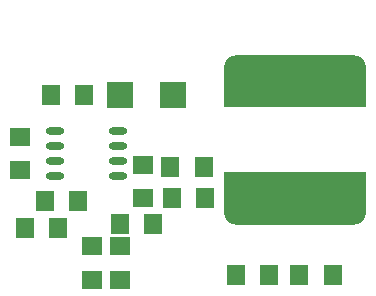
<source format=gtp>
G04 Layer_Color=8421504*
%FSAX25Y25*%
%MOIN*%
G70*
G01*
G75*
%ADD10R,0.07087X0.06299*%
%ADD11R,0.06299X0.07087*%
G04:AMPARAMS|DCode=12|XSize=472.44mil|YSize=157.48mil|CornerRadius=39.37mil|HoleSize=0mil|Usage=FLASHONLY|Rotation=0.000|XOffset=0mil|YOffset=0mil|HoleType=Round|Shape=RoundedRectangle|*
%AMROUNDEDRECTD12*
21,1,0.47244,0.07874,0,0,0.0*
21,1,0.39370,0.15748,0,0,0.0*
1,1,0.07874,0.19685,-0.03937*
1,1,0.07874,-0.19685,-0.03937*
1,1,0.07874,-0.19685,0.03937*
1,1,0.07874,0.19685,0.03937*
%
%ADD12ROUNDEDRECTD12*%
%ADD13R,0.47244X0.07500*%
%ADD14O,0.06061X0.02362*%
%ADD15R,0.09055X0.09055*%
D10*
X0245600Y0284812D02*
D03*
Y0273788D02*
D03*
X0269700Y0237388D02*
D03*
Y0248412D02*
D03*
X0279100D02*
D03*
Y0237388D02*
D03*
X0286900Y0275512D02*
D03*
Y0264488D02*
D03*
D11*
X0247388Y0254400D02*
D03*
X0258412D02*
D03*
X0253988Y0263700D02*
D03*
X0265012D02*
D03*
X0290112Y0255800D02*
D03*
X0279088D02*
D03*
X0306912Y0275000D02*
D03*
X0295888D02*
D03*
X0307312Y0264500D02*
D03*
X0296288D02*
D03*
X0256188Y0299000D02*
D03*
X0267212D02*
D03*
X0328812Y0238800D02*
D03*
X0317788D02*
D03*
X0349912D02*
D03*
X0338888D02*
D03*
D12*
X0337500Y0304200D02*
D03*
Y0263500D02*
D03*
D13*
Y0269600D02*
D03*
Y0298400D02*
D03*
D14*
X0257500Y0286900D02*
D03*
Y0281900D02*
D03*
Y0276900D02*
D03*
Y0271900D02*
D03*
X0278500Y0286900D02*
D03*
Y0281900D02*
D03*
Y0271900D02*
D03*
Y0276900D02*
D03*
D15*
X0296758Y0298913D02*
D03*
X0279042D02*
D03*
M02*

</source>
